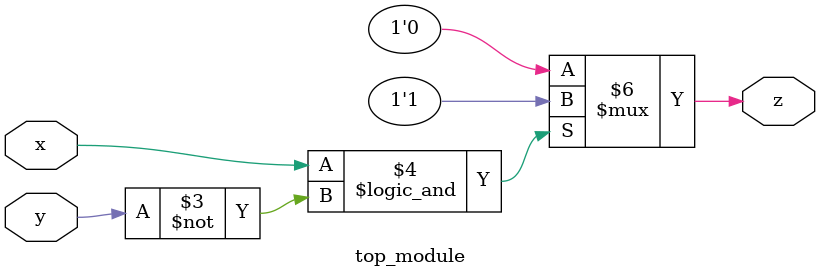
<source format=sv>
module top_module(
    input x,
    input y,
    output z
);
    
    always @(x or y) begin
        if (x == 1'b1 && y == 1'b0)
            z = 1'b1;
        else
            z = 1'b0;
    end

endmodule

</source>
